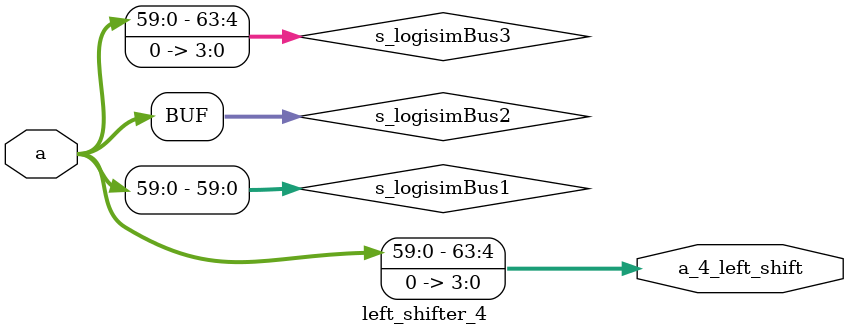
<source format=v>
/******************************************************************************
 ** Logisim-evolution goes FPGA automatic generated Verilog code             **
 ** https://github.com/logisim-evolution/                                    **
 **                                                                          **
 ** Component : left_shifter_4                                               **
 **                                                                          **
 *****************************************************************************/

module left_shifter_4( a,
                       a_4_left_shift );

   /*******************************************************************************
   ** The inputs are defined here                                                **
   *******************************************************************************/
   input [63:0] a;

   /*******************************************************************************
   ** The outputs are defined here                                               **
   *******************************************************************************/
   output [63:0] a_4_left_shift;

   /*******************************************************************************
   ** The wires are defined here                                                 **
   *******************************************************************************/
   wire [59:0] s_logisimBus1;
   wire [63:0] s_logisimBus2;
   wire [63:0] s_logisimBus3;

   /*******************************************************************************
   ** The module functionality is described here                                 **
   *******************************************************************************/

   /*******************************************************************************
   ** Here all wiring is defined                                                 **
   *******************************************************************************/
   assign s_logisimBus1[0]  = s_logisimBus2[0];
   assign s_logisimBus1[10] = s_logisimBus2[10];
   assign s_logisimBus1[11] = s_logisimBus2[11];
   assign s_logisimBus1[12] = s_logisimBus2[12];
   assign s_logisimBus1[13] = s_logisimBus2[13];
   assign s_logisimBus1[14] = s_logisimBus2[14];
   assign s_logisimBus1[15] = s_logisimBus2[15];
   assign s_logisimBus1[16] = s_logisimBus2[16];
   assign s_logisimBus1[17] = s_logisimBus2[17];
   assign s_logisimBus1[18] = s_logisimBus2[18];
   assign s_logisimBus1[19] = s_logisimBus2[19];
   assign s_logisimBus1[1]  = s_logisimBus2[1];
   assign s_logisimBus1[20] = s_logisimBus2[20];
   assign s_logisimBus1[21] = s_logisimBus2[21];
   assign s_logisimBus1[22] = s_logisimBus2[22];
   assign s_logisimBus1[23] = s_logisimBus2[23];
   assign s_logisimBus1[24] = s_logisimBus2[24];
   assign s_logisimBus1[25] = s_logisimBus2[25];
   assign s_logisimBus1[26] = s_logisimBus2[26];
   assign s_logisimBus1[27] = s_logisimBus2[27];
   assign s_logisimBus1[28] = s_logisimBus2[28];
   assign s_logisimBus1[29] = s_logisimBus2[29];
   assign s_logisimBus1[2]  = s_logisimBus2[2];
   assign s_logisimBus1[30] = s_logisimBus2[30];
   assign s_logisimBus1[31] = s_logisimBus2[31];
   assign s_logisimBus1[32] = s_logisimBus2[32];
   assign s_logisimBus1[33] = s_logisimBus2[33];
   assign s_logisimBus1[34] = s_logisimBus2[34];
   assign s_logisimBus1[35] = s_logisimBus2[35];
   assign s_logisimBus1[36] = s_logisimBus2[36];
   assign s_logisimBus1[37] = s_logisimBus2[37];
   assign s_logisimBus1[38] = s_logisimBus2[38];
   assign s_logisimBus1[39] = s_logisimBus2[39];
   assign s_logisimBus1[3]  = s_logisimBus2[3];
   assign s_logisimBus1[40] = s_logisimBus2[40];
   assign s_logisimBus1[41] = s_logisimBus2[41];
   assign s_logisimBus1[42] = s_logisimBus2[42];
   assign s_logisimBus1[43] = s_logisimBus2[43];
   assign s_logisimBus1[44] = s_logisimBus2[44];
   assign s_logisimBus1[45] = s_logisimBus2[45];
   assign s_logisimBus1[46] = s_logisimBus2[46];
   assign s_logisimBus1[47] = s_logisimBus2[47];
   assign s_logisimBus1[48] = s_logisimBus2[48];
   assign s_logisimBus1[49] = s_logisimBus2[49];
   assign s_logisimBus1[4]  = s_logisimBus2[4];
   assign s_logisimBus1[50] = s_logisimBus2[50];
   assign s_logisimBus1[51] = s_logisimBus2[51];
   assign s_logisimBus1[52] = s_logisimBus2[52];
   assign s_logisimBus1[53] = s_logisimBus2[53];
   assign s_logisimBus1[54] = s_logisimBus2[54];
   assign s_logisimBus1[55] = s_logisimBus2[55];
   assign s_logisimBus1[56] = s_logisimBus2[56];
   assign s_logisimBus1[57] = s_logisimBus2[57];
   assign s_logisimBus1[58] = s_logisimBus2[58];
   assign s_logisimBus1[59] = s_logisimBus2[59];
   assign s_logisimBus1[5]  = s_logisimBus2[5];
   assign s_logisimBus1[6]  = s_logisimBus2[6];
   assign s_logisimBus1[7]  = s_logisimBus2[7];
   assign s_logisimBus1[8]  = s_logisimBus2[8];
   assign s_logisimBus1[9]  = s_logisimBus2[9];
   assign s_logisimBus3[10] = s_logisimBus1[6];
   assign s_logisimBus3[11] = s_logisimBus1[7];
   assign s_logisimBus3[12] = s_logisimBus1[8];
   assign s_logisimBus3[13] = s_logisimBus1[9];
   assign s_logisimBus3[14] = s_logisimBus1[10];
   assign s_logisimBus3[15] = s_logisimBus1[11];
   assign s_logisimBus3[16] = s_logisimBus1[12];
   assign s_logisimBus3[17] = s_logisimBus1[13];
   assign s_logisimBus3[18] = s_logisimBus1[14];
   assign s_logisimBus3[19] = s_logisimBus1[15];
   assign s_logisimBus3[20] = s_logisimBus1[16];
   assign s_logisimBus3[21] = s_logisimBus1[17];
   assign s_logisimBus3[22] = s_logisimBus1[18];
   assign s_logisimBus3[23] = s_logisimBus1[19];
   assign s_logisimBus3[24] = s_logisimBus1[20];
   assign s_logisimBus3[25] = s_logisimBus1[21];
   assign s_logisimBus3[26] = s_logisimBus1[22];
   assign s_logisimBus3[27] = s_logisimBus1[23];
   assign s_logisimBus3[28] = s_logisimBus1[24];
   assign s_logisimBus3[29] = s_logisimBus1[25];
   assign s_logisimBus3[30] = s_logisimBus1[26];
   assign s_logisimBus3[31] = s_logisimBus1[27];
   assign s_logisimBus3[32] = s_logisimBus1[28];
   assign s_logisimBus3[33] = s_logisimBus1[29];
   assign s_logisimBus3[34] = s_logisimBus1[30];
   assign s_logisimBus3[35] = s_logisimBus1[31];
   assign s_logisimBus3[36] = s_logisimBus1[32];
   assign s_logisimBus3[37] = s_logisimBus1[33];
   assign s_logisimBus3[38] = s_logisimBus1[34];
   assign s_logisimBus3[39] = s_logisimBus1[35];
   assign s_logisimBus3[40] = s_logisimBus1[36];
   assign s_logisimBus3[41] = s_logisimBus1[37];
   assign s_logisimBus3[42] = s_logisimBus1[38];
   assign s_logisimBus3[43] = s_logisimBus1[39];
   assign s_logisimBus3[44] = s_logisimBus1[40];
   assign s_logisimBus3[45] = s_logisimBus1[41];
   assign s_logisimBus3[46] = s_logisimBus1[42];
   assign s_logisimBus3[47] = s_logisimBus1[43];
   assign s_logisimBus3[48] = s_logisimBus1[44];
   assign s_logisimBus3[49] = s_logisimBus1[45];
   assign s_logisimBus3[4]  = s_logisimBus1[0];
   assign s_logisimBus3[50] = s_logisimBus1[46];
   assign s_logisimBus3[51] = s_logisimBus1[47];
   assign s_logisimBus3[52] = s_logisimBus1[48];
   assign s_logisimBus3[53] = s_logisimBus1[49];
   assign s_logisimBus3[54] = s_logisimBus1[50];
   assign s_logisimBus3[55] = s_logisimBus1[51];
   assign s_logisimBus3[56] = s_logisimBus1[52];
   assign s_logisimBus3[57] = s_logisimBus1[53];
   assign s_logisimBus3[58] = s_logisimBus1[54];
   assign s_logisimBus3[59] = s_logisimBus1[55];
   assign s_logisimBus3[5]  = s_logisimBus1[1];
   assign s_logisimBus3[60] = s_logisimBus1[56];
   assign s_logisimBus3[61] = s_logisimBus1[57];
   assign s_logisimBus3[62] = s_logisimBus1[58];
   assign s_logisimBus3[63] = s_logisimBus1[59];
   assign s_logisimBus3[6]  = s_logisimBus1[2];
   assign s_logisimBus3[7]  = s_logisimBus1[3];
   assign s_logisimBus3[8]  = s_logisimBus1[4];
   assign s_logisimBus3[9]  = s_logisimBus1[5];

   /*******************************************************************************
   ** Here all input connections are defined                                     **
   *******************************************************************************/
   assign s_logisimBus2[63:0] = a;

   /*******************************************************************************
   ** Here all output connections are defined                                    **
   *******************************************************************************/
   assign a_4_left_shift = s_logisimBus3[63:0];

   /*******************************************************************************
   ** Here all in-lined components are defined                                   **
   *******************************************************************************/

   // Constant
   assign  s_logisimBus3[3:0]  =  4'h0;


endmodule

</source>
